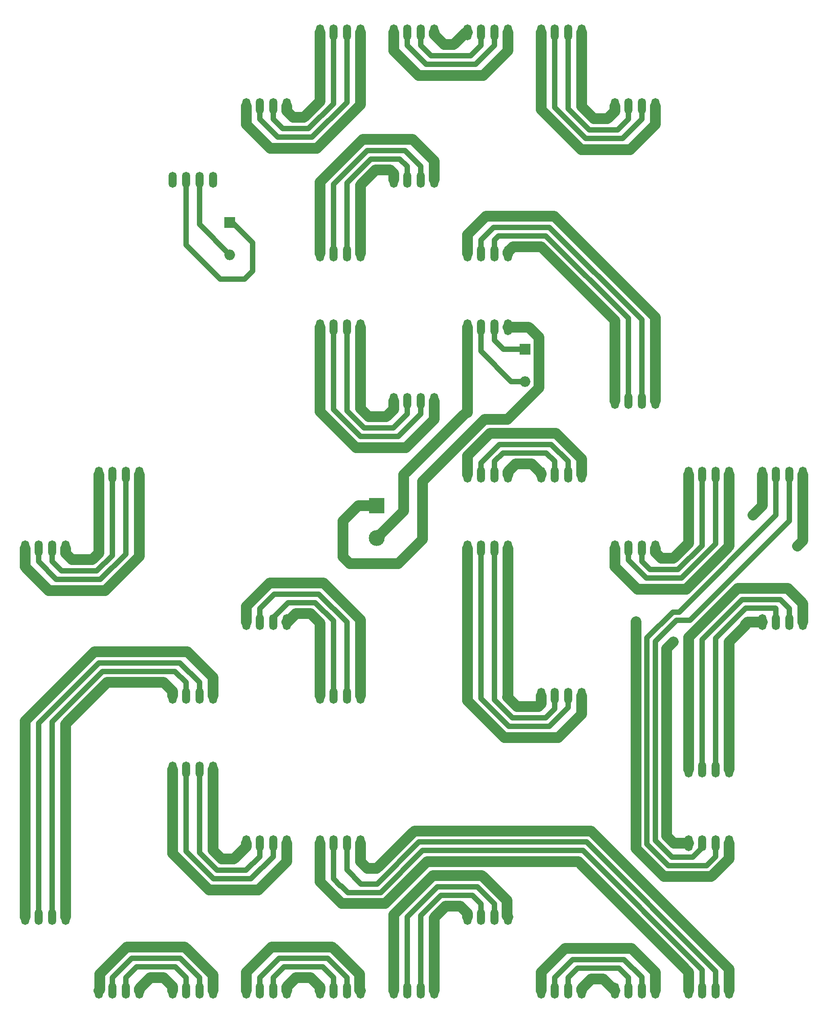
<source format=gbr>
G04 #@! TF.FileFunction,Copper,L2,Bot,Signal*
%FSLAX46Y46*%
G04 Gerber Fmt 4.6, Leading zero omitted, Abs format (unit mm)*
G04 Created by KiCad (PCBNEW 4.0.6) date Mon Jul 10 19:19:00 2017*
%MOMM*%
%LPD*%
G01*
G04 APERTURE LIST*
%ADD10C,0.100000*%
%ADD11O,1.524000X3.000000*%
%ADD12R,2.000000X2.000000*%
%ADD13O,2.000000X2.000000*%
%ADD14R,3.000000X3.000000*%
%ADD15O,3.000000X3.000000*%
%ADD16C,0.600000*%
%ADD17C,2.000000*%
%ADD18C,1.000000*%
G04 APERTURE END LIST*
D10*
D11*
X42208900Y-132199600D03*
X39668900Y-132199600D03*
X37128900Y-132199600D03*
X34588900Y-132199600D03*
X42208900Y-201644000D03*
X39668900Y-201644000D03*
X37128900Y-201644000D03*
X34588900Y-201644000D03*
X48477800Y-215532900D03*
X51017800Y-215532900D03*
X53557800Y-215532900D03*
X56097800Y-215532900D03*
X48477800Y-118310700D03*
X51017800Y-118310700D03*
X53557800Y-118310700D03*
X56097800Y-118310700D03*
X62366700Y-159977300D03*
X64906700Y-159977300D03*
X67446700Y-159977300D03*
X69986700Y-159977300D03*
X62366700Y-62755100D03*
X64906700Y-62755100D03*
X67446700Y-62755100D03*
X69986700Y-62755100D03*
X69986700Y-173866300D03*
X67446700Y-173866300D03*
X64906700Y-173866300D03*
X62366700Y-173866300D03*
X69986700Y-215532900D03*
X67446700Y-215532900D03*
X64906700Y-215532900D03*
X62366700Y-215532900D03*
X83875600Y-48866200D03*
X81335600Y-48866200D03*
X78795600Y-48866200D03*
X76255600Y-48866200D03*
X83875600Y-146088400D03*
X81335600Y-146088400D03*
X78795600Y-146088400D03*
X76255600Y-146088400D03*
X76255600Y-215532900D03*
X78795600Y-215532900D03*
X81335600Y-215532900D03*
X83875600Y-215532900D03*
X76255600Y-187755100D03*
X78795600Y-187755100D03*
X81335600Y-187755100D03*
X83875600Y-187755100D03*
X90144400Y-76644000D03*
X92684400Y-76644000D03*
X95224400Y-76644000D03*
X97764400Y-76644000D03*
X90144400Y-34977400D03*
X92684400Y-34977400D03*
X95224400Y-34977400D03*
X97764400Y-34977400D03*
X90144400Y-159977300D03*
X92684400Y-159977300D03*
X95224400Y-159977300D03*
X97764400Y-159977300D03*
X90144400Y-90532900D03*
X92684400Y-90532900D03*
X95224400Y-90532900D03*
X97764400Y-90532900D03*
X97764400Y-187755100D03*
X95224400Y-187755100D03*
X92684400Y-187755100D03*
X90144400Y-187755100D03*
X97764400Y-215532900D03*
X95224400Y-215532900D03*
X92684400Y-215532900D03*
X90144400Y-215532900D03*
X111653300Y-34977300D03*
X109113300Y-34977300D03*
X106573300Y-34977300D03*
X104033300Y-34977300D03*
X111653300Y-62755100D03*
X109113300Y-62755100D03*
X106573300Y-62755100D03*
X104033300Y-62755100D03*
X111653300Y-104421700D03*
X109113300Y-104421700D03*
X106573300Y-104421700D03*
X104033300Y-104421700D03*
X111653300Y-215532900D03*
X109113300Y-215532900D03*
X106573300Y-215532900D03*
X104033300Y-215532900D03*
X117922200Y-76644000D03*
X120462200Y-76644000D03*
X123002200Y-76644000D03*
X125542200Y-76644000D03*
X117922200Y-34977400D03*
X120462200Y-34977400D03*
X123002200Y-34977400D03*
X125542200Y-34977400D03*
X125542200Y-90532900D03*
X123002200Y-90532900D03*
X120462200Y-90532900D03*
X117922200Y-90532900D03*
X125542200Y-118310700D03*
X123002200Y-118310700D03*
X120462200Y-118310700D03*
X117922200Y-118310700D03*
X117922200Y-201644000D03*
X120462200Y-201644000D03*
X123002200Y-201644000D03*
X125542200Y-201644000D03*
X117922200Y-132199600D03*
X120462200Y-132199600D03*
X123002200Y-132199600D03*
X125542200Y-132199600D03*
X131811100Y-118310700D03*
X134351100Y-118310700D03*
X136891100Y-118310700D03*
X139431100Y-118310700D03*
X131811100Y-34977300D03*
X134351100Y-34977300D03*
X136891100Y-34977300D03*
X139431100Y-34977300D03*
X139431100Y-159977300D03*
X136891100Y-159977300D03*
X134351100Y-159977300D03*
X131811100Y-159977300D03*
X139431100Y-215532900D03*
X136891100Y-215532900D03*
X134351100Y-215532900D03*
X131811100Y-215532900D03*
X153320000Y-48866200D03*
X150780000Y-48866200D03*
X148240000Y-48866200D03*
X145700000Y-48866200D03*
X153320000Y-104421800D03*
X150780000Y-104421800D03*
X148240000Y-104421800D03*
X145700000Y-104421800D03*
X145700000Y-215532900D03*
X148240000Y-215532900D03*
X150780000Y-215532900D03*
X153320000Y-215532900D03*
X145700000Y-132199500D03*
X148240000Y-132199500D03*
X150780000Y-132199500D03*
X153320000Y-132199500D03*
X167208900Y-118310600D03*
X164668900Y-118310600D03*
X162128900Y-118310600D03*
X159588900Y-118310600D03*
X167208900Y-173866200D03*
X164668900Y-173866200D03*
X162128900Y-173866200D03*
X159588900Y-173866200D03*
X167208900Y-187755100D03*
X164668900Y-187755100D03*
X162128900Y-187755100D03*
X159588900Y-187755100D03*
X167208900Y-215532900D03*
X164668900Y-215532900D03*
X162128900Y-215532900D03*
X159588900Y-215532900D03*
X173477800Y-146088500D03*
X176017800Y-146088500D03*
X178557800Y-146088500D03*
X181097800Y-146088500D03*
X173477800Y-118310700D03*
X176017800Y-118310700D03*
X178557800Y-118310700D03*
X181097800Y-118310700D03*
D12*
X73152000Y-70866000D03*
D13*
X73152000Y-76898000D03*
D12*
X128778000Y-94742000D03*
D13*
X128778000Y-100774000D03*
D14*
X100838000Y-124206000D03*
D15*
X100838000Y-130238000D03*
D16*
X149647970Y-146008030D03*
X171704000Y-125984000D03*
X180086000Y-131826000D03*
X156718000Y-149860000D03*
D17*
X105918000Y-118364000D02*
X105918000Y-125158000D01*
X105918000Y-125158000D02*
X100838000Y-130238000D01*
X117668200Y-106613800D02*
X105918000Y-118364000D01*
X117922200Y-106613800D02*
X117668200Y-106613800D01*
X117922200Y-90532900D02*
X117922200Y-106613800D01*
X94488000Y-133858000D02*
X94488000Y-127056000D01*
X94488000Y-127056000D02*
X97338000Y-124206000D01*
X97338000Y-124206000D02*
X100838000Y-124206000D01*
X95758000Y-135128000D02*
X94488000Y-133858000D01*
X104902000Y-135128000D02*
X95758000Y-135128000D01*
X109474000Y-130556000D02*
X104902000Y-135128000D01*
X109474000Y-119581931D02*
X109474000Y-130556000D01*
X125542200Y-90532900D02*
X129448902Y-90532900D01*
X129448902Y-90532900D02*
X131378001Y-92461999D01*
X131378001Y-92461999D02*
X131378001Y-102022001D01*
X131378001Y-102022001D02*
X125468041Y-107931961D01*
X125468041Y-107931961D02*
X121123970Y-107931961D01*
X121123970Y-107931961D02*
X109474000Y-119581931D01*
X47244000Y-134366000D02*
X48477800Y-133132200D01*
X48477800Y-133132200D02*
X48477800Y-118310700D01*
X43434000Y-134366000D02*
X47244000Y-134366000D01*
X42208900Y-133140900D02*
X43434000Y-134366000D01*
X42208900Y-132199600D02*
X42208900Y-133140900D01*
D18*
X51017800Y-118310700D02*
X51017800Y-133562062D01*
X48113853Y-136466009D02*
X41435309Y-136466009D01*
X51017800Y-133562062D02*
X48113853Y-136466009D01*
X41435309Y-136466009D02*
X39668900Y-134699600D01*
X39668900Y-134699600D02*
X39668900Y-132199600D01*
X37128900Y-132199600D02*
X37128900Y-134699600D01*
X37128900Y-134699600D02*
X40495319Y-138066019D01*
X40495319Y-138066019D02*
X48776598Y-138066019D01*
X48776598Y-138066019D02*
X53557800Y-133284817D01*
X53557800Y-133284817D02*
X53557800Y-120810700D01*
X53557800Y-120810700D02*
X53557800Y-118310700D01*
D17*
X56097800Y-118310700D02*
X56097800Y-133714679D01*
X56097800Y-133714679D02*
X49646451Y-140166028D01*
X49646451Y-140166028D02*
X39055328Y-140166028D01*
X39055328Y-140166028D02*
X34588900Y-135699600D01*
X34588900Y-135699600D02*
X34588900Y-132199600D01*
X50038000Y-157480000D02*
X42208900Y-165309100D01*
X42208900Y-165309100D02*
X42208900Y-201644000D01*
X60706000Y-157480000D02*
X50038000Y-157480000D01*
X62366700Y-159140700D02*
X60706000Y-157480000D01*
X62366700Y-159977300D02*
X62366700Y-159140700D01*
D18*
X39668900Y-201644000D02*
X39668900Y-164879238D01*
X39668900Y-164879238D02*
X49168148Y-155379990D01*
X49168148Y-155379990D02*
X62809390Y-155379990D01*
X62809390Y-155379990D02*
X64906700Y-157477300D01*
X64906700Y-157477300D02*
X64906700Y-159977300D01*
X67446700Y-159977300D02*
X67446700Y-157477300D01*
X67446700Y-157477300D02*
X63749380Y-153779980D01*
X63749380Y-153779980D02*
X48505403Y-153779980D01*
X37128900Y-199144000D02*
X37128900Y-201644000D01*
X48505403Y-153779980D02*
X37128900Y-165156483D01*
X37128900Y-165156483D02*
X37128900Y-199144000D01*
D17*
X34588900Y-201644000D02*
X34588900Y-164726621D01*
X34588900Y-164726621D02*
X47635550Y-151679971D01*
X47635550Y-151679971D02*
X65189371Y-151679971D01*
X65189371Y-151679971D02*
X69986700Y-156477300D01*
X69986700Y-156477300D02*
X69986700Y-159977300D01*
X69986700Y-215532900D02*
X69986700Y-212603038D01*
X69986700Y-212603038D02*
X64689632Y-207305970D01*
X64689632Y-207305970D02*
X53774867Y-207305971D01*
X53774867Y-207305971D02*
X48655790Y-212425048D01*
X48655790Y-212425048D02*
X48655790Y-215354910D01*
X48655790Y-215354910D02*
X48477800Y-215532900D01*
D18*
X51017800Y-215532900D02*
X51017800Y-213032900D01*
X51017800Y-213032900D02*
X54644720Y-209405980D01*
X54644720Y-209405980D02*
X63819780Y-209405980D01*
X63819780Y-209405980D02*
X67446700Y-213032900D01*
X67446700Y-213032900D02*
X67446700Y-215532900D01*
X64906700Y-215532900D02*
X64906700Y-213032900D01*
X64906700Y-213032900D02*
X62879790Y-211005990D01*
X62879790Y-211005990D02*
X55584710Y-211005990D01*
X55584710Y-211005990D02*
X53557800Y-213032900D01*
X53557800Y-213032900D02*
X53557800Y-215532900D01*
D17*
X56097800Y-215532900D02*
X56097800Y-215174200D01*
X56097800Y-215174200D02*
X58166000Y-213106000D01*
X58166000Y-213106000D02*
X60706000Y-213106000D01*
X60706000Y-213106000D02*
X62366700Y-214766700D01*
X62366700Y-214766700D02*
X62366700Y-215532900D01*
X71628000Y-190754000D02*
X69986700Y-189112700D01*
X69986700Y-189112700D02*
X69986700Y-173866300D01*
X73914000Y-190754000D02*
X71628000Y-190754000D01*
X76255600Y-188412400D02*
X73914000Y-190754000D01*
X76255600Y-187755100D02*
X76255600Y-188412400D01*
D18*
X67446700Y-173866300D02*
X67446700Y-189542562D01*
X67446700Y-189542562D02*
X70758147Y-192854009D01*
X70758147Y-192854009D02*
X76196691Y-192854009D01*
X76196691Y-192854009D02*
X78795600Y-190255100D01*
X78795600Y-190255100D02*
X78795600Y-187755100D01*
X81335600Y-187755100D02*
X81335600Y-190255100D01*
X77136681Y-194454019D02*
X70095402Y-194454019D01*
X64906700Y-176366300D02*
X64906700Y-173866300D01*
X81335600Y-190255100D02*
X77136681Y-194454019D01*
X70095402Y-194454019D02*
X64906700Y-189265317D01*
X64906700Y-189265317D02*
X64906700Y-176366300D01*
D17*
X62366700Y-173866300D02*
X62366700Y-189695179D01*
X62366700Y-189695179D02*
X69225549Y-196554028D01*
X69225549Y-196554028D02*
X78576672Y-196554028D01*
X78576672Y-196554028D02*
X83875600Y-191255100D01*
X83875600Y-191255100D02*
X83875600Y-187755100D01*
X85090000Y-51054000D02*
X83875600Y-49839600D01*
X83875600Y-49839600D02*
X83875600Y-48866200D01*
X87122000Y-51054000D02*
X85090000Y-51054000D01*
X90144400Y-48031600D02*
X87122000Y-51054000D01*
X90144400Y-34977400D02*
X90144400Y-48031600D01*
D18*
X81335600Y-48866200D02*
X81335600Y-51366200D01*
X81335600Y-51366200D02*
X83123410Y-53154010D01*
X83123410Y-53154010D02*
X87991853Y-53154009D01*
X87991853Y-53154009D02*
X92684400Y-48461462D01*
X92684400Y-48461462D02*
X92684400Y-37477400D01*
X92684400Y-37477400D02*
X92684400Y-34977400D01*
X95224400Y-34977400D02*
X95224400Y-48184216D01*
X95224400Y-48184216D02*
X88654597Y-54754018D01*
X88654597Y-54754018D02*
X82183418Y-54754018D01*
X82183418Y-54754018D02*
X78795600Y-51366200D01*
X78795600Y-51366200D02*
X78795600Y-48866200D01*
D17*
X76255600Y-48866200D02*
X76255600Y-52366200D01*
X89524450Y-56854027D02*
X97764400Y-48614077D01*
X76255600Y-52366200D02*
X80743428Y-56854028D01*
X80743428Y-56854028D02*
X89524450Y-56854027D01*
X97764400Y-48614077D02*
X97764400Y-38477400D01*
X97764400Y-38477400D02*
X97764400Y-34977400D01*
X88392000Y-144526000D02*
X90144400Y-146278400D01*
X90144400Y-146278400D02*
X90144400Y-159977300D01*
X85598000Y-144526000D02*
X88392000Y-144526000D01*
X84035600Y-146088400D02*
X85598000Y-144526000D01*
X83875600Y-146088400D02*
X84035600Y-146088400D01*
D18*
X81335600Y-146088400D02*
X81335600Y-145257121D01*
X81335600Y-145257121D02*
X84166731Y-142425990D01*
X92684400Y-145848538D02*
X92684400Y-157477300D01*
X84166731Y-142425990D02*
X89261853Y-142425991D01*
X92684400Y-157477300D02*
X92684400Y-159977300D01*
X89261853Y-142425991D02*
X92684400Y-145848538D01*
X95224400Y-159977300D02*
X95224400Y-146125783D01*
X81558018Y-140825982D02*
X78795600Y-143588400D01*
X95224400Y-146125783D02*
X89924597Y-140825982D01*
X89924597Y-140825982D02*
X81558018Y-140825982D01*
X78795600Y-143588400D02*
X78795600Y-146088400D01*
D17*
X76255600Y-146088400D02*
X76255600Y-143158538D01*
X76255600Y-143158538D02*
X80688166Y-138725972D01*
X97764400Y-145695923D02*
X97764400Y-156477300D01*
X80688166Y-138725972D02*
X90794450Y-138725973D01*
X90794450Y-138725973D02*
X97764400Y-145695923D01*
X97764400Y-156477300D02*
X97764400Y-159977300D01*
X97764400Y-215532900D02*
X97676900Y-215532900D01*
X97586410Y-215442410D02*
X97586410Y-212425048D01*
X97676900Y-215532900D02*
X97586410Y-215442410D01*
X97586410Y-212425048D02*
X92467333Y-207305971D01*
X92467333Y-207305971D02*
X80982529Y-207305971D01*
X76255600Y-212032900D02*
X76255600Y-215532900D01*
X80982529Y-207305971D02*
X76255600Y-212032900D01*
D18*
X78795600Y-215532900D02*
X78795600Y-213032900D01*
X78795600Y-213032900D02*
X82422520Y-209405980D01*
X82422520Y-209405980D02*
X91597480Y-209405980D01*
X91597480Y-209405980D02*
X95224400Y-213032900D01*
X95224400Y-213032900D02*
X95224400Y-215532900D01*
X92684400Y-215532900D02*
X92684400Y-213032900D01*
X92684400Y-213032900D02*
X90657490Y-211005990D01*
X90657490Y-211005990D02*
X83362510Y-211005990D01*
X83362510Y-211005990D02*
X81335600Y-213032900D01*
X81335600Y-213032900D02*
X81335600Y-215532900D01*
D17*
X88392000Y-213106000D02*
X90144400Y-214858400D01*
X90144400Y-214858400D02*
X90144400Y-215532900D01*
X85598000Y-213106000D02*
X88392000Y-213106000D01*
X83875600Y-214828400D02*
X85598000Y-213106000D01*
X83875600Y-215532900D02*
X83875600Y-214828400D01*
X90144400Y-76644000D02*
X90144400Y-63197121D01*
X90144400Y-63197121D02*
X98181550Y-55159971D01*
X98181550Y-55159971D02*
X107558171Y-55159971D01*
X107558171Y-55159971D02*
X111653300Y-59255100D01*
X111653300Y-59255100D02*
X111653300Y-62755100D01*
D18*
X109113300Y-62755100D02*
X109113300Y-60255100D01*
X109113300Y-60255100D02*
X106118180Y-57259980D01*
X92684400Y-74144000D02*
X92684400Y-76644000D01*
X106118180Y-57259980D02*
X99051403Y-57259980D01*
X99051403Y-57259980D02*
X92684400Y-63626983D01*
X92684400Y-63626983D02*
X92684400Y-74144000D01*
X95224400Y-76644000D02*
X95224400Y-63349738D01*
X95224400Y-63349738D02*
X99714148Y-58859990D01*
X106573300Y-60255100D02*
X106573300Y-62755100D01*
X99714148Y-58859990D02*
X105178190Y-58859990D01*
X105178190Y-58859990D02*
X106573300Y-60255100D01*
D17*
X100584000Y-60960000D02*
X97764400Y-63779600D01*
X97764400Y-63779600D02*
X97764400Y-76644000D01*
X103378000Y-60960000D02*
X100584000Y-60960000D01*
X104033300Y-61615300D02*
X103378000Y-60960000D01*
X104033300Y-62755100D02*
X104033300Y-61615300D01*
X90144400Y-90532900D02*
X90144400Y-106474879D01*
X90144400Y-106474879D02*
X96911549Y-113242028D01*
X96911549Y-113242028D02*
X106332972Y-113242028D01*
X106332972Y-113242028D02*
X111653300Y-107921700D01*
X111653300Y-107921700D02*
X111653300Y-104421700D01*
D18*
X109113300Y-104421700D02*
X109113300Y-106921700D01*
X97781402Y-111142019D02*
X92684400Y-106045017D01*
X109113300Y-106921700D02*
X104892981Y-111142019D01*
X104892981Y-111142019D02*
X97781402Y-111142019D01*
X92684400Y-106045017D02*
X92684400Y-93032900D01*
X92684400Y-93032900D02*
X92684400Y-90532900D01*
X95224400Y-90532900D02*
X95224400Y-106322262D01*
X103952991Y-109542009D02*
X106573300Y-106921700D01*
X95224400Y-106322262D02*
X98444147Y-109542009D01*
X98444147Y-109542009D02*
X103952991Y-109542009D01*
X106573300Y-106921700D02*
X106573300Y-104421700D01*
D17*
X99314000Y-107442000D02*
X97764400Y-105892400D01*
X97764400Y-105892400D02*
X97764400Y-90532900D01*
X102616000Y-107442000D02*
X99314000Y-107442000D01*
X104033300Y-106024700D02*
X102616000Y-107442000D01*
X104033300Y-104421700D02*
X104033300Y-106024700D01*
X97764400Y-187755100D02*
X97764400Y-191255100D01*
X97764400Y-191255100D02*
X99041300Y-192532000D01*
X99041300Y-192532000D02*
X100822075Y-192532000D01*
X100822075Y-192532000D02*
X107910142Y-185443933D01*
X167208900Y-212032900D02*
X167208900Y-215532900D01*
X107910142Y-185443933D02*
X141202411Y-185443934D01*
X167208900Y-211450423D02*
X167208900Y-212032900D01*
X141202411Y-185443934D02*
X167208900Y-211450423D01*
D18*
X100887957Y-195435980D02*
X97899980Y-195435980D01*
X95224400Y-192760400D02*
X95224400Y-190255100D01*
X97899980Y-195435980D02*
X95224400Y-192760400D01*
X95224400Y-190255100D02*
X95224400Y-187755100D01*
X108779994Y-187543943D02*
X100887957Y-195435980D01*
X164668900Y-215532900D02*
X164668900Y-211880284D01*
X164668900Y-211880284D02*
X140332558Y-187543943D01*
X140332558Y-187543943D02*
X108779994Y-187543943D01*
X139669814Y-189143952D02*
X162128900Y-211603038D01*
X162128900Y-211603038D02*
X162128900Y-215532900D01*
X101550701Y-197035990D02*
X109442740Y-189143951D01*
X109442740Y-189143951D02*
X139669814Y-189143952D01*
X95435990Y-197035990D02*
X101550701Y-197035990D01*
X92684400Y-194470390D02*
X93980000Y-195765990D01*
X93980000Y-195765990D02*
X94165990Y-195765990D01*
X94165990Y-195765990D02*
X95435990Y-197035990D01*
X92684400Y-187755100D02*
X92684400Y-194470390D01*
D17*
X159588900Y-215532900D02*
X159588900Y-212032900D01*
X159588900Y-212032900D02*
X138799961Y-191243961D01*
X138799961Y-191243961D02*
X110312592Y-191243961D01*
X110312592Y-191243961D02*
X102420553Y-199136000D01*
X102420553Y-199136000D02*
X94234000Y-199136000D01*
X94234000Y-199136000D02*
X90144400Y-195046400D01*
X90144400Y-195046400D02*
X90144400Y-187755100D01*
X115316000Y-37338000D02*
X117676600Y-34977400D01*
X117676600Y-34977400D02*
X117922200Y-34977400D01*
X113538000Y-37338000D02*
X115316000Y-37338000D01*
X111653300Y-35453300D02*
X113538000Y-37338000D01*
X111653300Y-34977300D02*
X111653300Y-35453300D01*
D18*
X120462200Y-34977400D02*
X120462200Y-37477400D01*
X120462200Y-37477400D02*
X118501590Y-39438010D01*
X118501590Y-39438010D02*
X111074010Y-39438010D01*
X111074010Y-39438010D02*
X109113300Y-37477300D01*
X109113300Y-37477300D02*
X109113300Y-34977300D01*
X106573300Y-34977300D02*
X106573300Y-37477300D01*
X106573300Y-37477300D02*
X110134020Y-41038020D01*
X110134020Y-41038020D02*
X119441580Y-41038020D01*
X119441580Y-41038020D02*
X123002200Y-37477400D01*
X123002200Y-37477400D02*
X123002200Y-34977400D01*
D17*
X125542200Y-34977400D02*
X125542200Y-38477400D01*
X125542200Y-38477400D02*
X120881571Y-43138029D01*
X120881571Y-43138029D02*
X108694029Y-43138029D01*
X108694029Y-43138029D02*
X104033300Y-38477300D01*
X104033300Y-38477300D02*
X104033300Y-34977300D01*
X113792000Y-199644000D02*
X111653300Y-201782700D01*
X111653300Y-201782700D02*
X111653300Y-215532900D01*
X116586000Y-199644000D02*
X113792000Y-199644000D01*
X117922200Y-200980200D02*
X116586000Y-199644000D01*
X117922200Y-201644000D02*
X117922200Y-200980200D01*
D18*
X109113300Y-215532900D02*
X109113300Y-201352838D01*
X120462200Y-199144000D02*
X120462200Y-201644000D01*
X109113300Y-201352838D02*
X112922148Y-197543990D01*
X118862190Y-197543990D02*
X120462200Y-199144000D01*
X112922148Y-197543990D02*
X118862190Y-197543990D01*
X123002200Y-201644000D02*
X123002200Y-199144000D01*
X123002200Y-199144000D02*
X119802180Y-195943980D01*
X119802180Y-195943980D02*
X112259403Y-195943980D01*
X106573300Y-213032900D02*
X106573300Y-215532900D01*
X112259403Y-195943980D02*
X106573300Y-201630083D01*
X106573300Y-201630083D02*
X106573300Y-213032900D01*
D17*
X104033300Y-215532900D02*
X104033300Y-201200221D01*
X104033300Y-201200221D02*
X111389551Y-193843970D01*
X111389551Y-193843970D02*
X120672033Y-193843971D01*
X120672033Y-193843971D02*
X125364210Y-198536148D01*
X125364210Y-198536148D02*
X125364210Y-201466010D01*
X125364210Y-201466010D02*
X125542200Y-201644000D01*
X153320000Y-104421800D02*
X153320000Y-88729522D01*
X153320000Y-88729522D02*
X134228449Y-69637971D01*
X134228449Y-69637971D02*
X121428229Y-69637971D01*
X121428229Y-69637971D02*
X117922200Y-73144000D01*
X117922200Y-73144000D02*
X117922200Y-76644000D01*
D18*
X120462200Y-76644000D02*
X120462200Y-74144000D01*
X120462200Y-74144000D02*
X122868220Y-71737980D01*
X122868220Y-71737980D02*
X133358596Y-71737980D01*
X133358596Y-71737980D02*
X150780000Y-89159384D01*
X150780000Y-89159384D02*
X150780000Y-101921800D01*
X150780000Y-101921800D02*
X150780000Y-104421800D01*
X148240000Y-104421800D02*
X148240000Y-88882138D01*
X148240000Y-88882138D02*
X132695852Y-73337990D01*
X132695852Y-73337990D02*
X123808210Y-73337990D01*
X123808210Y-73337990D02*
X123002200Y-74144000D01*
X123002200Y-74144000D02*
X123002200Y-76644000D01*
D17*
X131826000Y-75438000D02*
X145700000Y-89312000D01*
X145700000Y-89312000D02*
X145700000Y-104421800D01*
X126492000Y-75438000D02*
X131826000Y-75438000D01*
X125542200Y-76387800D02*
X126492000Y-75438000D01*
X125542200Y-76644000D02*
X125542200Y-76387800D01*
X130048000Y-116332000D02*
X131811100Y-118095100D01*
X131811100Y-118095100D02*
X131811100Y-118310700D01*
X127000000Y-116332000D02*
X130048000Y-116332000D01*
X125542200Y-117789800D02*
X127000000Y-116332000D01*
X125542200Y-118310700D02*
X125542200Y-117789800D01*
D18*
X134351100Y-118310700D02*
X134351100Y-115810700D01*
X134351100Y-115810700D02*
X132772390Y-114231990D01*
X132772390Y-114231990D02*
X124580910Y-114231990D01*
X124580910Y-114231990D02*
X123002200Y-115810700D01*
X123002200Y-115810700D02*
X123002200Y-118310700D01*
X120462200Y-118310700D02*
X120462200Y-116087946D01*
X120462200Y-116087946D02*
X123918165Y-112631980D01*
X123918165Y-112631980D02*
X133712380Y-112631980D01*
X133712380Y-112631980D02*
X136891100Y-115810700D01*
X136891100Y-115810700D02*
X136891100Y-118310700D01*
D17*
X139431100Y-118310700D02*
X139431100Y-115380838D01*
X139431100Y-115380838D02*
X134582233Y-110531971D01*
X134582233Y-110531971D02*
X122200929Y-110531971D01*
X122200929Y-110531971D02*
X117922200Y-114810700D01*
X117922200Y-114810700D02*
X117922200Y-118310700D01*
X117922200Y-132199600D02*
X117922200Y-160922679D01*
X117922200Y-160922679D02*
X124851549Y-167852028D01*
X124851549Y-167852028D02*
X135056372Y-167852028D01*
X135056372Y-167852028D02*
X139431100Y-163477300D01*
X139431100Y-163477300D02*
X139431100Y-159977300D01*
D18*
X136891100Y-159977300D02*
X136891100Y-162200055D01*
X136891100Y-162200055D02*
X133339136Y-165752019D01*
X133339136Y-165752019D02*
X125721402Y-165752019D01*
X120462200Y-160492817D02*
X120462200Y-134699600D01*
X125721402Y-165752019D02*
X120462200Y-160492817D01*
X120462200Y-134699600D02*
X120462200Y-132199600D01*
X123002200Y-132199600D02*
X123002200Y-160770062D01*
X123002200Y-160770062D02*
X126384147Y-164152009D01*
X126384147Y-164152009D02*
X132676391Y-164152009D01*
X132676391Y-164152009D02*
X134351100Y-162477300D01*
X134351100Y-162477300D02*
X134351100Y-159977300D01*
D17*
X125476000Y-160274000D02*
X125542200Y-160207800D01*
X125542200Y-160207800D02*
X125542200Y-132199600D01*
X127254000Y-162052000D02*
X125476000Y-160274000D01*
X131274786Y-162052000D02*
X127254000Y-162052000D01*
X131811100Y-159977300D02*
X131811100Y-161515686D01*
X131811100Y-161515686D02*
X131274786Y-162052000D01*
X131811100Y-34977300D02*
X131811100Y-49589579D01*
X131811100Y-49589579D02*
X139329550Y-57108029D01*
X139329550Y-57108029D02*
X148578171Y-57108029D01*
X148578171Y-57108029D02*
X153320000Y-52366200D01*
X153320000Y-52366200D02*
X153320000Y-48866200D01*
D18*
X150780000Y-48866200D02*
X150780000Y-51366200D01*
X150780000Y-51366200D02*
X147138180Y-55008020D01*
X134351100Y-49159717D02*
X134351100Y-37477300D01*
X147138180Y-55008020D02*
X140199403Y-55008020D01*
X140199403Y-55008020D02*
X134351100Y-49159717D01*
X134351100Y-37477300D02*
X134351100Y-34977300D01*
X136891100Y-34977300D02*
X136891100Y-49436962D01*
X136891100Y-49436962D02*
X140862148Y-53408010D01*
X140862148Y-53408010D02*
X146198190Y-53408010D01*
X146198190Y-53408010D02*
X148240000Y-51366200D01*
X148240000Y-51366200D02*
X148240000Y-48866200D01*
D17*
X141732000Y-51308000D02*
X139431100Y-49007100D01*
X139431100Y-49007100D02*
X139431100Y-34977300D01*
X144272000Y-51308000D02*
X141732000Y-51308000D01*
X145700000Y-49880000D02*
X144272000Y-51308000D01*
X145700000Y-48866200D02*
X145700000Y-49880000D01*
X139431100Y-215532900D02*
X139431100Y-215152900D01*
X139431100Y-215152900D02*
X141224000Y-213360000D01*
X141224000Y-213360000D02*
X143527100Y-213360000D01*
X143527100Y-213360000D02*
X145700000Y-215532900D01*
D18*
X148240000Y-215532900D02*
X148240000Y-213032900D01*
X136891100Y-213032900D02*
X136891100Y-215532900D01*
X148240000Y-213032900D02*
X146467090Y-211259990D01*
X146467090Y-211259990D02*
X138664010Y-211259990D01*
X138664010Y-211259990D02*
X136891100Y-213032900D01*
X134351100Y-215532900D02*
X134351100Y-213032900D01*
X134351100Y-213032900D02*
X137724020Y-209659980D01*
X137724020Y-209659980D02*
X147429980Y-209659980D01*
X147429980Y-209659980D02*
X150780000Y-213010000D01*
X150780000Y-213010000D02*
X150780000Y-213032900D01*
X150780000Y-213032900D02*
X150780000Y-215532900D01*
D17*
X153320000Y-215532900D02*
X153320000Y-212032900D01*
X153320000Y-212032900D02*
X148847071Y-207559971D01*
X148847071Y-207559971D02*
X136284029Y-207559971D01*
X136284029Y-207559971D02*
X131811100Y-212032900D01*
X131811100Y-212032900D02*
X131811100Y-215532900D01*
X167208900Y-118310600D02*
X167208900Y-131823579D01*
X167208900Y-131823579D02*
X159120450Y-139912029D01*
X145700000Y-135699500D02*
X145700000Y-132199500D01*
X159120450Y-139912029D02*
X149912529Y-139912029D01*
X149912529Y-139912029D02*
X145700000Y-135699500D01*
D18*
X148240000Y-132199500D02*
X148240000Y-134422255D01*
X148240000Y-134422255D02*
X151629765Y-137812020D01*
X151629765Y-137812020D02*
X158250597Y-137812020D01*
X158250597Y-137812020D02*
X164668900Y-131393717D01*
X164668900Y-131393717D02*
X164668900Y-120810600D01*
X164668900Y-120810600D02*
X164668900Y-118310600D01*
X162128900Y-118310600D02*
X162128900Y-131670962D01*
X162128900Y-131670962D02*
X157587852Y-136212010D01*
X157587852Y-136212010D02*
X152292510Y-136212010D01*
X152292510Y-136212010D02*
X150780000Y-134699500D01*
X150780000Y-134699500D02*
X150780000Y-132199500D01*
D17*
X156718000Y-134112000D02*
X159588900Y-131241100D01*
X159588900Y-131241100D02*
X159588900Y-118310600D01*
X154432000Y-134112000D02*
X156718000Y-134112000D01*
X153320000Y-133000000D02*
X154432000Y-134112000D01*
X153320000Y-132199500D02*
X153320000Y-133000000D01*
X170246300Y-146745700D02*
X167208900Y-149783100D01*
X167208900Y-149783100D02*
X167208900Y-173866200D01*
X170246300Y-146558000D02*
X170246300Y-146745700D01*
X173477800Y-146088500D02*
X170715800Y-146088500D01*
X170715800Y-146088500D02*
X170246300Y-146558000D01*
D18*
X164668900Y-173866200D02*
X164668900Y-149165538D01*
X164668900Y-149165538D02*
X170345948Y-143488490D01*
X170345948Y-143488490D02*
X175917790Y-143488490D01*
X175917790Y-143488490D02*
X176017800Y-143588500D01*
X176017800Y-143588500D02*
X176017800Y-146088500D01*
X178557800Y-146088500D02*
X178557800Y-143588500D01*
X178557800Y-143588500D02*
X176857780Y-141888480D01*
X176857780Y-141888480D02*
X169683203Y-141888480D01*
X169683203Y-141888480D02*
X162128900Y-149442783D01*
X162128900Y-149442783D02*
X162128900Y-171366200D01*
X162128900Y-171366200D02*
X162128900Y-173866200D01*
D17*
X159588900Y-173866200D02*
X159588900Y-149012921D01*
X159588900Y-149012921D02*
X168813350Y-139788471D01*
X168813350Y-139788471D02*
X178297771Y-139788471D01*
X178297771Y-139788471D02*
X181097800Y-142588500D01*
X181097800Y-142588500D02*
X181097800Y-146088500D01*
D18*
X123002200Y-90532900D02*
X123002200Y-93032900D01*
X123002200Y-93032900D02*
X124711300Y-94742000D01*
X124711300Y-94742000D02*
X126778000Y-94742000D01*
X126778000Y-94742000D02*
X128778000Y-94742000D01*
X120462200Y-95062200D02*
X126174000Y-100774000D01*
X126174000Y-100774000D02*
X128778000Y-100774000D01*
X120462200Y-90532900D02*
X120462200Y-95062200D01*
X64906700Y-62755100D02*
X64906700Y-75066700D01*
X64906700Y-75066700D02*
X71374000Y-81534000D01*
X71374000Y-81534000D02*
X75946000Y-81534000D01*
X73660000Y-70866000D02*
X73152000Y-70866000D01*
X75946000Y-81534000D02*
X77470000Y-80010000D01*
X77470000Y-80010000D02*
X77470000Y-74676000D01*
X77470000Y-74676000D02*
X73660000Y-70866000D01*
X67446700Y-62755100D02*
X67446700Y-71192700D01*
X67446700Y-71192700D02*
X73152000Y-76898000D01*
D17*
X173477800Y-118310700D02*
X173477800Y-124210200D01*
X173477800Y-124210200D02*
X171704000Y-125984000D01*
X167208900Y-187755100D02*
X167208900Y-190684963D01*
X154924450Y-194055129D02*
X149647970Y-188778649D01*
X167208900Y-190684963D02*
X163838734Y-194055129D01*
X163838734Y-194055129D02*
X154924450Y-194055129D01*
X149647970Y-188778649D02*
X149647970Y-146008030D01*
D18*
X176017800Y-118310700D02*
X176017800Y-125984541D01*
X176017800Y-125984541D02*
X157806351Y-144195990D01*
X157806351Y-144195990D02*
X156641393Y-144195990D01*
X156641393Y-144195990D02*
X151747980Y-149089403D01*
X162968880Y-191955120D02*
X164668900Y-190255100D01*
X151747980Y-149089403D02*
X151747980Y-187908797D01*
X151747980Y-187908797D02*
X155794303Y-191955120D01*
X164668900Y-190255100D02*
X164668900Y-187755100D01*
X155794303Y-191955120D02*
X162968880Y-191955120D01*
X157304138Y-145796000D02*
X159835959Y-145796000D01*
X159835959Y-145796000D02*
X178557800Y-127074159D01*
X178557800Y-127074159D02*
X178557800Y-120810700D01*
X178557800Y-120810700D02*
X178557800Y-118310700D01*
X162128900Y-188586379D02*
X160360169Y-190355110D01*
X160360169Y-190355110D02*
X156457048Y-190355110D01*
X153347990Y-149752148D02*
X157304138Y-145796000D01*
X156457048Y-190355110D02*
X153347990Y-187246052D01*
X153347990Y-187246052D02*
X153347990Y-149752148D01*
X162128900Y-187755100D02*
X162128900Y-188586379D01*
D17*
X180086000Y-131826000D02*
X181097800Y-130814200D01*
X181097800Y-130814200D02*
X181097800Y-118310700D01*
X155448000Y-151130000D02*
X156718000Y-149860000D01*
X155448000Y-166116000D02*
X155448000Y-151130000D01*
X155448000Y-186376200D02*
X155448000Y-166116000D01*
X159588900Y-187755100D02*
X156826900Y-187755100D01*
X156826900Y-187755100D02*
X155448000Y-186376200D01*
M02*

</source>
